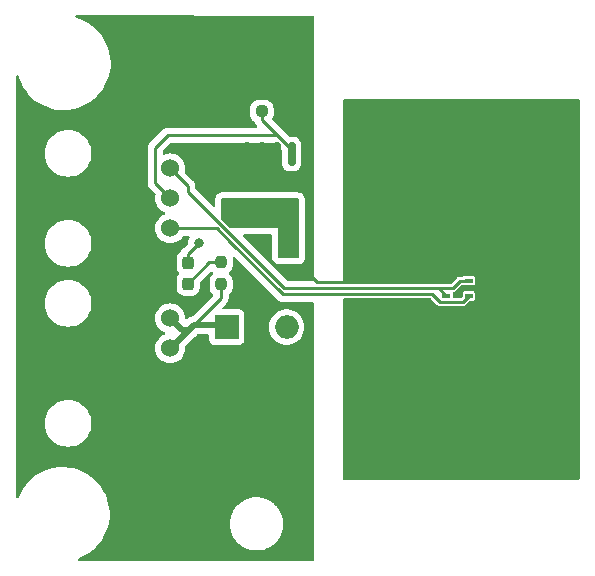
<source format=gbr>
%TF.GenerationSoftware,KiCad,Pcbnew,7.0.7*%
%TF.CreationDate,2023-11-13T23:42:54-06:00*%
%TF.ProjectId,ScienceHeaterElement_2023,53636965-6e63-4654-9865-61746572456c,rev?*%
%TF.SameCoordinates,Original*%
%TF.FileFunction,Copper,L2,Bot*%
%TF.FilePolarity,Positive*%
%FSLAX46Y46*%
G04 Gerber Fmt 4.6, Leading zero omitted, Abs format (unit mm)*
G04 Created by KiCad (PCBNEW 7.0.7) date 2023-11-13 23:42:54*
%MOMM*%
%LPD*%
G01*
G04 APERTURE LIST*
G04 Aperture macros list*
%AMRoundRect*
0 Rectangle with rounded corners*
0 $1 Rounding radius*
0 $2 $3 $4 $5 $6 $7 $8 $9 X,Y pos of 4 corners*
0 Add a 4 corners polygon primitive as box body*
4,1,4,$2,$3,$4,$5,$6,$7,$8,$9,$2,$3,0*
0 Add four circle primitives for the rounded corners*
1,1,$1+$1,$2,$3*
1,1,$1+$1,$4,$5*
1,1,$1+$1,$6,$7*
1,1,$1+$1,$8,$9*
0 Add four rect primitives between the rounded corners*
20,1,$1+$1,$2,$3,$4,$5,0*
20,1,$1+$1,$4,$5,$6,$7,0*
20,1,$1+$1,$6,$7,$8,$9,0*
20,1,$1+$1,$8,$9,$2,$3,0*%
G04 Aperture macros list end*
%TA.AperFunction,SMDPad,CuDef*%
%ADD10R,0.650000X0.400000*%
%TD*%
%TA.AperFunction,ComponentPad*%
%ADD11C,1.524000*%
%TD*%
%TA.AperFunction,SMDPad,CuDef*%
%ADD12RoundRect,0.150000X-0.150000X0.825000X-0.150000X-0.825000X0.150000X-0.825000X0.150000X0.825000X0*%
%TD*%
%TA.AperFunction,ComponentPad*%
%ADD13R,2.000000X2.000000*%
%TD*%
%TA.AperFunction,ComponentPad*%
%ADD14O,2.000000X2.000000*%
%TD*%
%TA.AperFunction,SMDPad,CuDef*%
%ADD15RoundRect,0.237500X0.237500X-0.250000X0.237500X0.250000X-0.237500X0.250000X-0.237500X-0.250000X0*%
%TD*%
%TA.AperFunction,SMDPad,CuDef*%
%ADD16RoundRect,0.237500X-0.237500X0.287500X-0.237500X-0.287500X0.237500X-0.287500X0.237500X0.287500X0*%
%TD*%
%TA.AperFunction,SMDPad,CuDef*%
%ADD17RoundRect,0.237500X0.250000X0.237500X-0.250000X0.237500X-0.250000X-0.237500X0.250000X-0.237500X0*%
%TD*%
%TA.AperFunction,ViaPad*%
%ADD18C,0.800000*%
%TD*%
%TA.AperFunction,Conductor*%
%ADD19C,0.254000*%
%TD*%
%TA.AperFunction,Conductor*%
%ADD20C,0.250000*%
%TD*%
%TA.AperFunction,Conductor*%
%ADD21C,0.508000*%
%TD*%
G04 APERTURE END LIST*
D10*
%TO.P,U1,1,V_{DD}*%
%TO.N,+3.3V*%
X161300730Y-48898750D03*
%TO.P,U1,2,GND*%
%TO.N,GND*%
X161300730Y-49548750D03*
%TO.P,U1,3,OUT*%
%TO.N,Temp_Sense*%
X161300730Y-50198750D03*
%TO.P,U1,4,V_{DD}*%
%TO.N,+3.3V*%
X159400730Y-50198750D03*
%TO.P,U1,5,GND*%
%TO.N,GND*%
X159400730Y-48898750D03*
%TD*%
D11*
%TO.P,Conn1,1*%
%TO.N,+3.3V*%
X136012250Y-39388750D03*
%TO.P,Conn1,2*%
%TO.N,Gate_Driving_Pin*%
X136012250Y-41928750D03*
%TO.P,Conn1,3*%
%TO.N,Temp_Sense*%
X136012250Y-44468750D03*
%TD*%
D12*
%TO.P,Q1,1,S*%
%TO.N,GND*%
X142489250Y-38183750D03*
%TO.P,Q1,2,S*%
X143759250Y-38183750D03*
%TO.P,Q1,3,S*%
X145029250Y-38183750D03*
%TO.P,Q1,4,G*%
%TO.N,Gate_Driving_Pin*%
X146299250Y-38183750D03*
%TO.P,Q1,5,D*%
%TO.N,/Heater_Trace*%
X146299250Y-43133750D03*
%TO.P,Q1,6,D*%
X145029250Y-43133750D03*
%TO.P,Q1,7,D*%
X143759250Y-43133750D03*
%TO.P,Q1,8,D*%
X142489250Y-43133750D03*
%TD*%
D13*
%TO.P,R1,1*%
%TO.N,+12V*%
X140792200Y-52832000D03*
D14*
%TO.P,R1,2*%
%TO.N,/Heater_Trace*%
X145872200Y-52832000D03*
%TD*%
D15*
%TO.P,R2,1*%
%TO.N,+12V*%
X140330250Y-49191250D03*
%TO.P,R2,2*%
%TO.N,Net-(D1-A)*%
X140330250Y-47366250D03*
%TD*%
D16*
%TO.P,D1,1,K*%
%TO.N,/Heater_Trace*%
X137536250Y-47403750D03*
%TO.P,D1,2,A*%
%TO.N,Net-(D1-A)*%
X137536250Y-49153750D03*
%TD*%
D17*
%TO.P,R3,1*%
%TO.N,Gate_Driving_Pin*%
X143782750Y-34562750D03*
%TO.P,R3,2*%
%TO.N,GND*%
X141957750Y-34562750D03*
%TD*%
D11*
%TO.P,Conn2,1*%
%TO.N,+12V*%
X136012250Y-52088750D03*
%TO.P,Conn2,2*%
X136012250Y-54628750D03*
%TO.P,Conn2,3*%
%TO.N,GND*%
X136012250Y-57168750D03*
%TO.P,Conn2,4*%
X136012250Y-59708750D03*
%TD*%
D18*
%TO.N,GND*%
X170313680Y-47516682D03*
X170313731Y-39388631D03*
X170313677Y-63772750D03*
X170313672Y-35324744D03*
X170313677Y-45484750D03*
X170313671Y-53612756D03*
X170313671Y-41420744D03*
X139822250Y-40658750D03*
X170313595Y-51580770D03*
X170313675Y-55644688D03*
X170313713Y-57676850D03*
X170313684Y-49548678D03*
X170313713Y-59708850D03*
X170313675Y-37356688D03*
X170313675Y-61740688D03*
X170313678Y-43452750D03*
X139822250Y-37864750D03*
X147442250Y-48024750D03*
%TO.N,/Heater_Trace*%
X145918250Y-46500750D03*
X138430000Y-45720000D03*
X141092250Y-43198750D03*
%TD*%
D19*
%TO.N,+3.3V*%
X158750730Y-49548750D02*
X159400730Y-50198750D01*
X161300730Y-48898750D02*
X160538250Y-48898750D01*
X158618250Y-49548750D02*
X145664250Y-49548750D01*
X141266948Y-45154276D02*
X137536250Y-41423578D01*
D20*
X137536250Y-40912750D02*
X137536250Y-41420750D01*
D19*
X158618250Y-49548750D02*
X158750730Y-49548750D01*
X145664250Y-49548750D02*
X141269776Y-45154276D01*
X159929730Y-49548750D02*
X158618250Y-49548750D01*
X141269776Y-45154276D02*
X141266948Y-45154276D01*
X160538250Y-48898750D02*
X160538250Y-48940230D01*
D20*
X136012250Y-39388750D02*
X137536250Y-40912750D01*
D19*
X160538250Y-48940230D02*
X159929730Y-49548750D01*
X137536250Y-41423578D02*
X137536250Y-41420750D01*
%TO.N,GND*%
X162174250Y-49254230D02*
X162174250Y-48593270D01*
X161300730Y-49548750D02*
X161879730Y-49548750D01*
X158506250Y-48898750D02*
X159400730Y-48898750D01*
X148458250Y-49040750D02*
X158364250Y-49040750D01*
X147442250Y-48024750D02*
X148458250Y-49040750D01*
X162174250Y-48593270D02*
X161859730Y-48278750D01*
X158364250Y-49040750D02*
X158506250Y-48898750D01*
X159126250Y-48278750D02*
X158506250Y-48898750D01*
X161859730Y-48278750D02*
X159126250Y-48278750D01*
X161879730Y-49548750D02*
X162174250Y-49254230D01*
D21*
%TO.N,+12V*%
X136012250Y-54628750D02*
X136074250Y-54628750D01*
X136984000Y-53060500D02*
X137642500Y-53060500D01*
X140618950Y-52658750D02*
X140792200Y-52832000D01*
D19*
X140330250Y-49191250D02*
X140330250Y-50372750D01*
D21*
X136012250Y-52088750D02*
X136984000Y-53060500D01*
X139725400Y-52658750D02*
X140838250Y-52658750D01*
X136074250Y-54628750D02*
X137642500Y-53060500D01*
X139725400Y-52658750D02*
X140618950Y-52658750D01*
X137642500Y-53060500D02*
X138044250Y-52658750D01*
D19*
X140330250Y-50372750D02*
X138044250Y-52658750D01*
D21*
X138044250Y-52658750D02*
X139725400Y-52658750D01*
D19*
%TO.N,Gate_Driving_Pin*%
X146299250Y-37804170D02*
X146299250Y-38183750D01*
X145089830Y-36594750D02*
X143782750Y-35287670D01*
X145089830Y-36594750D02*
X135815171Y-36594750D01*
X134742250Y-37667671D02*
X134742250Y-40658750D01*
X135815171Y-36594750D02*
X134742250Y-37667671D01*
X134742250Y-40658750D02*
X136012250Y-41928750D01*
X145089830Y-36594750D02*
X146299250Y-37804170D01*
X143782750Y-35287670D02*
X143782750Y-34562750D01*
%TO.N,/Heater_Trace*%
X138430000Y-45720000D02*
X137536250Y-46613750D01*
X137536250Y-46613750D02*
X137536250Y-47403750D01*
%TO.N,Temp_Sense*%
X158203250Y-50056750D02*
X145530198Y-50056750D01*
D20*
X136012250Y-44468750D02*
X139942198Y-44468750D01*
D19*
X158872250Y-50725750D02*
X158203250Y-50056750D01*
X145530198Y-50056750D02*
X141081724Y-45608276D01*
X160773730Y-50725750D02*
X158872250Y-50725750D01*
X161300730Y-50198750D02*
X160773730Y-50725750D01*
D20*
X139942198Y-44468750D02*
X141081724Y-45608276D01*
D19*
%TO.N,Net-(D1-A)*%
X139323750Y-47366250D02*
X137536250Y-49153750D01*
X140330250Y-47366250D02*
X139323750Y-47366250D01*
%TD*%
%TA.AperFunction,Conductor*%
%TO.N,GND*%
G36*
X170631039Y-33547685D02*
G01*
X170676794Y-33600489D01*
X170688000Y-33652000D01*
X170688000Y-65662000D01*
X170668315Y-65729039D01*
X170615511Y-65774794D01*
X170564000Y-65786000D01*
X150746000Y-65786000D01*
X150678961Y-65766315D01*
X150633206Y-65713511D01*
X150622000Y-65662000D01*
X150622000Y-50508250D01*
X150641685Y-50441211D01*
X150694489Y-50395456D01*
X150746000Y-50384250D01*
X158016234Y-50384250D01*
X158083273Y-50403935D01*
X158103915Y-50420569D01*
X158628641Y-50945296D01*
X158632296Y-50949285D01*
X158658486Y-50980496D01*
X158658488Y-50980497D01*
X158658490Y-50980500D01*
X158658492Y-50980501D01*
X158658493Y-50980502D01*
X158693771Y-51000870D01*
X158698335Y-51003777D01*
X158731705Y-51027143D01*
X158736323Y-51029296D01*
X158753739Y-51036509D01*
X158758509Y-51038246D01*
X158758511Y-51038247D01*
X158798655Y-51045325D01*
X158803887Y-51046484D01*
X158843266Y-51057037D01*
X158883851Y-51053485D01*
X158889255Y-51053250D01*
X160756725Y-51053250D01*
X160762128Y-51053485D01*
X160802714Y-51057037D01*
X160842098Y-51046482D01*
X160847316Y-51045326D01*
X160887469Y-51038247D01*
X160887474Y-51038243D01*
X160892261Y-51036502D01*
X160909649Y-51029299D01*
X160914267Y-51027145D01*
X160914273Y-51027144D01*
X160947667Y-51003759D01*
X160952181Y-51000884D01*
X160987490Y-50980500D01*
X161013687Y-50949278D01*
X161017315Y-50945317D01*
X161327067Y-50635567D01*
X161388389Y-50602084D01*
X161414747Y-50599250D01*
X161645480Y-50599250D01*
X161645481Y-50599249D01*
X161660298Y-50596302D01*
X161703959Y-50587618D01*
X161703959Y-50587617D01*
X161703961Y-50587617D01*
X161770282Y-50543302D01*
X161814597Y-50476981D01*
X161814597Y-50476979D01*
X161814598Y-50476979D01*
X161826229Y-50418502D01*
X161826230Y-50418500D01*
X161826230Y-49978999D01*
X161826229Y-49978997D01*
X161814598Y-49920520D01*
X161814597Y-49920519D01*
X161770282Y-49854197D01*
X161703960Y-49809882D01*
X161703959Y-49809881D01*
X161645482Y-49798250D01*
X161645478Y-49798250D01*
X160955982Y-49798250D01*
X160955977Y-49798250D01*
X160897500Y-49809881D01*
X160897499Y-49809882D01*
X160831177Y-49854197D01*
X160786862Y-49920519D01*
X160786861Y-49920520D01*
X160775230Y-49978997D01*
X160775230Y-50209732D01*
X160755545Y-50276771D01*
X160738912Y-50297413D01*
X160674395Y-50361931D01*
X160613072Y-50395416D01*
X160586713Y-50398250D01*
X160050230Y-50398250D01*
X159983191Y-50378565D01*
X159937436Y-50325761D01*
X159926230Y-50274250D01*
X159926230Y-49985966D01*
X159945915Y-49918927D01*
X159998719Y-49873172D01*
X160028694Y-49863851D01*
X160043469Y-49861247D01*
X160043471Y-49861245D01*
X160048261Y-49859502D01*
X160065649Y-49852299D01*
X160070267Y-49850145D01*
X160070273Y-49850144D01*
X160103667Y-49826759D01*
X160108181Y-49823884D01*
X160143490Y-49803500D01*
X160169696Y-49772267D01*
X160173316Y-49768316D01*
X160679067Y-49262566D01*
X160740389Y-49229084D01*
X160766747Y-49226250D01*
X160768042Y-49226250D01*
X160835081Y-49245935D01*
X160836933Y-49247148D01*
X160897499Y-49287617D01*
X160897500Y-49287618D01*
X160955977Y-49299249D01*
X160955980Y-49299250D01*
X160955982Y-49299250D01*
X161645480Y-49299250D01*
X161645481Y-49299249D01*
X161671872Y-49294000D01*
X161703959Y-49287618D01*
X161703959Y-49287617D01*
X161703961Y-49287617D01*
X161770282Y-49243302D01*
X161814597Y-49176981D01*
X161814597Y-49176979D01*
X161814598Y-49176979D01*
X161826229Y-49118502D01*
X161826230Y-49118500D01*
X161826230Y-48678999D01*
X161826229Y-48678997D01*
X161814598Y-48620520D01*
X161814597Y-48620519D01*
X161770282Y-48554197D01*
X161703960Y-48509882D01*
X161703959Y-48509881D01*
X161645482Y-48498250D01*
X161645478Y-48498250D01*
X160955982Y-48498250D01*
X160955977Y-48498250D01*
X160897500Y-48509881D01*
X160897499Y-48509882D01*
X160836933Y-48550352D01*
X160770256Y-48571230D01*
X160768042Y-48571250D01*
X160595997Y-48571250D01*
X160480503Y-48571250D01*
X160480501Y-48571250D01*
X160480497Y-48571251D01*
X160463351Y-48577491D01*
X160442486Y-48583082D01*
X160424514Y-48586251D01*
X160424511Y-48586253D01*
X160408699Y-48595381D01*
X160389125Y-48604508D01*
X160371975Y-48610751D01*
X160371972Y-48610752D01*
X160357992Y-48622483D01*
X160340295Y-48634874D01*
X160324494Y-48643997D01*
X160324485Y-48644004D01*
X160312756Y-48657982D01*
X160297482Y-48673256D01*
X160283504Y-48684985D01*
X160283497Y-48684994D01*
X160274374Y-48700795D01*
X160261983Y-48718492D01*
X160250252Y-48732472D01*
X160244010Y-48749622D01*
X160234877Y-48769206D01*
X160227685Y-48781663D01*
X160207979Y-48807344D01*
X159830393Y-49184932D01*
X159769073Y-49218416D01*
X159742714Y-49221250D01*
X158810174Y-49221250D01*
X158784750Y-49217902D01*
X158779716Y-49217462D01*
X158745621Y-49220445D01*
X158739128Y-49221014D01*
X158733725Y-49221250D01*
X150746000Y-49221250D01*
X150678961Y-49201565D01*
X150633206Y-49148761D01*
X150622000Y-49097250D01*
X150622000Y-33652000D01*
X150641685Y-33584961D01*
X150694489Y-33539206D01*
X150746000Y-33528000D01*
X170564000Y-33528000D01*
X170631039Y-33547685D01*
G37*
%TD.AperFunction*%
%TD*%
%TA.AperFunction,Conductor*%
%TO.N,GND*%
G36*
X148080526Y-26455053D02*
G01*
X148147519Y-26474884D01*
X148193158Y-26527789D01*
X148204250Y-26579052D01*
X148204250Y-48797250D01*
X148184565Y-48864289D01*
X148131761Y-48910044D01*
X148080250Y-48921250D01*
X145975531Y-48921250D01*
X145908492Y-48901565D01*
X145887850Y-48884931D01*
X142188850Y-45185931D01*
X142155365Y-45124608D01*
X142160349Y-45054916D01*
X142202221Y-44998983D01*
X142267685Y-44974566D01*
X142276531Y-44974250D01*
X144526750Y-44974250D01*
X144593789Y-44993935D01*
X144639544Y-45046739D01*
X144650750Y-45098249D01*
X144650750Y-46884750D01*
X144650751Y-46884759D01*
X144662302Y-46992200D01*
X144662304Y-46992212D01*
X144673510Y-47043722D01*
X144707633Y-47146247D01*
X144707636Y-47146253D01*
X144785421Y-47267287D01*
X144785429Y-47267298D01*
X144831173Y-47320090D01*
X144831176Y-47320093D01*
X144831180Y-47320097D01*
X144939914Y-47414317D01*
X144939917Y-47414318D01*
X144939918Y-47414319D01*
X145034175Y-47457366D01*
X145070791Y-47474088D01*
X145115607Y-47487247D01*
X145137825Y-47493772D01*
X145137830Y-47493773D01*
X145137834Y-47493774D01*
X145280250Y-47514250D01*
X145280253Y-47514250D01*
X146810240Y-47514250D01*
X146810250Y-47514250D01*
X146917706Y-47502697D01*
X146969217Y-47491491D01*
X147003447Y-47480097D01*
X147071747Y-47457366D01*
X147071751Y-47457363D01*
X147071754Y-47457363D01*
X147192793Y-47379575D01*
X147245597Y-47333820D01*
X147339817Y-47225086D01*
X147399588Y-47094209D01*
X147419273Y-47027170D01*
X147419274Y-47027166D01*
X147439750Y-46884750D01*
X147439750Y-42052750D01*
X147428197Y-41945294D01*
X147416991Y-41893783D01*
X147416887Y-41893472D01*
X147382866Y-41791252D01*
X147382863Y-41791246D01*
X147332200Y-41712414D01*
X147305075Y-41670207D01*
X147302257Y-41666955D01*
X147259326Y-41617409D01*
X147259322Y-41617406D01*
X147259320Y-41617403D01*
X147150586Y-41523183D01*
X147150583Y-41523181D01*
X147150581Y-41523180D01*
X147019715Y-41463414D01*
X147019710Y-41463412D01*
X147019709Y-41463412D01*
X146997108Y-41456775D01*
X146952675Y-41443728D01*
X146952669Y-41443726D01*
X146867216Y-41431440D01*
X146810250Y-41423250D01*
X140454250Y-41423250D01*
X140454241Y-41423250D01*
X140454240Y-41423251D01*
X140346799Y-41434802D01*
X140346787Y-41434804D01*
X140295277Y-41446010D01*
X140192752Y-41480133D01*
X140192746Y-41480136D01*
X140071712Y-41557921D01*
X140071701Y-41557929D01*
X140018909Y-41603673D01*
X139924683Y-41712414D01*
X139924680Y-41712418D01*
X139864914Y-41843284D01*
X139845228Y-41910325D01*
X139845226Y-41910330D01*
X139828845Y-42024266D01*
X139824752Y-42052740D01*
X139824750Y-42052751D01*
X139824750Y-42525296D01*
X139805065Y-42592335D01*
X139752261Y-42638090D01*
X139683103Y-42648034D01*
X139619547Y-42619009D01*
X139613069Y-42612977D01*
X138198069Y-41197977D01*
X138164584Y-41136654D01*
X138161750Y-41110296D01*
X138161750Y-40995487D01*
X138163474Y-40979873D01*
X138163188Y-40979846D01*
X138163922Y-40972083D01*
X138161750Y-40902952D01*
X138161750Y-40873401D01*
X138161750Y-40873400D01*
X138160879Y-40866509D01*
X138160422Y-40860695D01*
X138159019Y-40816049D01*
X138158959Y-40814122D01*
X138153370Y-40794887D01*
X138149424Y-40775834D01*
X138146914Y-40755958D01*
X138129751Y-40712609D01*
X138127864Y-40707096D01*
X138125287Y-40698227D01*
X138114867Y-40662360D01*
X138104671Y-40645119D01*
X138096110Y-40627643D01*
X138088736Y-40609019D01*
X138088736Y-40609017D01*
X138075958Y-40591431D01*
X138061333Y-40571300D01*
X138058150Y-40566455D01*
X138034420Y-40526329D01*
X138034415Y-40526323D01*
X138020255Y-40512163D01*
X138007620Y-40497370D01*
X137995843Y-40481162D01*
X137959943Y-40451463D01*
X137955631Y-40447540D01*
X137280636Y-39772544D01*
X137247151Y-39711222D01*
X137248543Y-39652768D01*
X137260319Y-39608822D01*
X137260319Y-39608821D01*
X137260320Y-39608818D01*
X137279573Y-39388750D01*
X137260320Y-39168682D01*
X137203144Y-38955300D01*
X137109784Y-38755089D01*
X136983076Y-38574130D01*
X136826870Y-38417924D01*
X136826866Y-38417921D01*
X136826865Y-38417920D01*
X136645916Y-38291218D01*
X136645912Y-38291216D01*
X136445700Y-38197856D01*
X136445697Y-38197855D01*
X136445695Y-38197854D01*
X136232320Y-38140680D01*
X136232312Y-38140679D01*
X136012252Y-38121427D01*
X136012248Y-38121427D01*
X135792187Y-38140679D01*
X135792179Y-38140680D01*
X135578804Y-38197854D01*
X135578797Y-38197857D01*
X135546153Y-38213079D01*
X135477075Y-38223570D01*
X135413292Y-38195049D01*
X135375053Y-38136572D01*
X135369750Y-38100696D01*
X135369750Y-37978951D01*
X135389435Y-37911912D01*
X135406064Y-37891275D01*
X136038771Y-37258568D01*
X136100094Y-37225084D01*
X136126452Y-37222250D01*
X144778549Y-37222250D01*
X144845588Y-37241935D01*
X144866230Y-37258569D01*
X145462431Y-37854769D01*
X145495916Y-37916092D01*
X145498750Y-37942450D01*
X145498750Y-39074446D01*
X145501651Y-39111317D01*
X145501652Y-39111323D01*
X145547504Y-39269143D01*
X145547505Y-39269146D01*
X145631167Y-39410612D01*
X145631173Y-39410620D01*
X145747379Y-39526826D01*
X145747383Y-39526829D01*
X145747385Y-39526831D01*
X145888852Y-39610494D01*
X145906265Y-39615553D01*
X146046676Y-39656347D01*
X146046679Y-39656347D01*
X146046681Y-39656348D01*
X146058972Y-39657315D01*
X146083554Y-39659250D01*
X146083556Y-39659250D01*
X146514946Y-39659250D01*
X146533381Y-39657799D01*
X146551819Y-39656348D01*
X146551821Y-39656347D01*
X146551823Y-39656347D01*
X146593441Y-39644255D01*
X146709648Y-39610494D01*
X146851115Y-39526831D01*
X146967331Y-39410615D01*
X147050994Y-39269148D01*
X147096848Y-39111319D01*
X147099750Y-39074444D01*
X147099750Y-37293056D01*
X147096848Y-37256181D01*
X147095597Y-37251876D01*
X147050995Y-37098356D01*
X147050994Y-37098353D01*
X147050994Y-37098352D01*
X146967331Y-36956885D01*
X146967329Y-36956883D01*
X146967326Y-36956879D01*
X146851120Y-36840673D01*
X146851112Y-36840667D01*
X146709646Y-36757005D01*
X146709643Y-36757004D01*
X146551823Y-36711152D01*
X146551817Y-36711151D01*
X146514946Y-36708250D01*
X146514944Y-36708250D01*
X146142111Y-36708250D01*
X146075072Y-36688565D01*
X146054430Y-36671931D01*
X145592206Y-36209707D01*
X145582361Y-36197418D01*
X145582143Y-36197599D01*
X145577170Y-36191588D01*
X145556268Y-36171960D01*
X145526571Y-36144072D01*
X145505626Y-36123127D01*
X145488186Y-36105687D01*
X145488183Y-36105685D01*
X144695604Y-35313105D01*
X144662119Y-35251782D01*
X144667103Y-35182090D01*
X144677744Y-35160331D01*
X144706158Y-35114266D01*
X144760424Y-34950503D01*
X144770750Y-34849427D01*
X144770749Y-34276074D01*
X144760424Y-34174997D01*
X144706158Y-34011234D01*
X144615590Y-33864400D01*
X144493600Y-33742410D01*
X144346766Y-33651842D01*
X144183003Y-33597576D01*
X144183001Y-33597575D01*
X144081928Y-33587250D01*
X143483580Y-33587250D01*
X143483562Y-33587251D01*
X143382497Y-33597575D01*
X143218734Y-33651842D01*
X143218731Y-33651843D01*
X143071898Y-33742411D01*
X142949911Y-33864398D01*
X142859343Y-34011231D01*
X142859341Y-34011234D01*
X142859342Y-34011234D01*
X142805076Y-34174997D01*
X142805076Y-34174998D01*
X142805075Y-34174998D01*
X142794750Y-34276065D01*
X142794750Y-34849419D01*
X142794751Y-34849437D01*
X142805075Y-34950502D01*
X142841359Y-35059999D01*
X142859342Y-35114266D01*
X142949910Y-35261100D01*
X143071900Y-35383090D01*
X143134422Y-35421653D01*
X143181145Y-35473600D01*
X143184618Y-35481549D01*
X143187345Y-35488437D01*
X143189237Y-35493964D01*
X143202279Y-35538857D01*
X143202280Y-35538858D01*
X143212527Y-35556185D01*
X143221085Y-35573655D01*
X143228495Y-35592371D01*
X143255979Y-35630199D01*
X143259187Y-35635083D01*
X143282984Y-35675322D01*
X143282990Y-35675330D01*
X143297219Y-35689558D01*
X143309856Y-35704354D01*
X143321687Y-35720637D01*
X143354410Y-35747707D01*
X143393516Y-35805606D01*
X143395112Y-35875458D01*
X143358690Y-35935083D01*
X143295814Y-35965553D01*
X143275368Y-35967250D01*
X135898136Y-35967250D01*
X135882485Y-35965522D01*
X135882459Y-35965804D01*
X135874696Y-35965069D01*
X135805325Y-35967250D01*
X135775692Y-35967250D01*
X135768778Y-35968123D01*
X135762961Y-35968580D01*
X135716229Y-35970049D01*
X135716225Y-35970050D01*
X135696893Y-35975666D01*
X135677853Y-35979609D01*
X135657879Y-35982133D01*
X135657872Y-35982135D01*
X135614410Y-35999342D01*
X135608883Y-36001235D01*
X135563980Y-36014281D01*
X135563979Y-36014281D01*
X135546645Y-36024532D01*
X135529183Y-36033086D01*
X135510471Y-36040495D01*
X135510466Y-36040498D01*
X135472644Y-36067976D01*
X135467762Y-36071183D01*
X135427512Y-36094988D01*
X135413278Y-36109222D01*
X135398489Y-36121854D01*
X135382203Y-36133687D01*
X135352398Y-36169713D01*
X135348466Y-36174035D01*
X134357203Y-37165297D01*
X134344919Y-37175140D01*
X134345099Y-37175358D01*
X134339088Y-37180330D01*
X134291572Y-37230929D01*
X134270625Y-37251876D01*
X134266356Y-37257380D01*
X134262565Y-37261818D01*
X134230558Y-37295901D01*
X134230555Y-37295905D01*
X134220856Y-37313548D01*
X134210178Y-37329804D01*
X134197844Y-37345705D01*
X134197839Y-37345713D01*
X134179275Y-37388614D01*
X134176704Y-37393862D01*
X134154177Y-37434838D01*
X134149170Y-37454339D01*
X134142871Y-37472735D01*
X134136143Y-37488283D01*
X134134875Y-37491215D01*
X134134874Y-37491217D01*
X134127562Y-37537387D01*
X134126377Y-37543109D01*
X134114750Y-37588394D01*
X134114750Y-37608529D01*
X134113223Y-37627928D01*
X134110075Y-37647802D01*
X134114475Y-37694348D01*
X134114750Y-37700186D01*
X134114750Y-40575782D01*
X134113022Y-40591431D01*
X134113304Y-40591458D01*
X134112569Y-40599225D01*
X134114750Y-40668609D01*
X134114750Y-40698227D01*
X134115621Y-40705130D01*
X134116079Y-40710949D01*
X134117548Y-40757692D01*
X134123166Y-40777025D01*
X134127112Y-40796079D01*
X134129633Y-40816037D01*
X134129636Y-40816049D01*
X134146845Y-40859515D01*
X134148737Y-40865043D01*
X134161780Y-40909937D01*
X134161780Y-40909938D01*
X134172027Y-40927265D01*
X134180585Y-40944735D01*
X134187995Y-40963451D01*
X134215479Y-41001279D01*
X134218687Y-41006163D01*
X134242484Y-41046402D01*
X134242490Y-41046410D01*
X134256719Y-41060638D01*
X134269359Y-41075437D01*
X134281184Y-41091714D01*
X134281186Y-41091715D01*
X134281187Y-41091717D01*
X134317207Y-41121515D01*
X134321518Y-41125437D01*
X134619331Y-41423250D01*
X134743265Y-41547184D01*
X134776750Y-41608507D01*
X134775360Y-41666955D01*
X134764181Y-41708678D01*
X134764179Y-41708688D01*
X134744927Y-41928747D01*
X134744927Y-41928752D01*
X134764179Y-42148812D01*
X134764180Y-42148820D01*
X134821354Y-42362195D01*
X134821355Y-42362197D01*
X134821356Y-42362200D01*
X134897409Y-42525296D01*
X134914716Y-42562412D01*
X134914718Y-42562416D01*
X135041420Y-42743365D01*
X135041425Y-42743371D01*
X135197628Y-42899574D01*
X135197634Y-42899579D01*
X135378583Y-43026281D01*
X135378585Y-43026282D01*
X135378588Y-43026284D01*
X135497998Y-43081965D01*
X135507439Y-43086368D01*
X135559878Y-43132540D01*
X135579030Y-43199734D01*
X135558814Y-43266615D01*
X135507439Y-43311132D01*
X135378590Y-43371215D01*
X135378588Y-43371216D01*
X135197627Y-43497925D01*
X135041425Y-43654127D01*
X134914716Y-43835088D01*
X134914715Y-43835090D01*
X134821357Y-44035298D01*
X134821354Y-44035304D01*
X134764180Y-44248679D01*
X134764179Y-44248687D01*
X134744927Y-44468747D01*
X134744927Y-44468752D01*
X134764179Y-44688812D01*
X134764180Y-44688820D01*
X134821354Y-44902195D01*
X134821355Y-44902197D01*
X134821356Y-44902200D01*
X134892568Y-45054916D01*
X134914716Y-45102412D01*
X134914718Y-45102416D01*
X135041420Y-45283365D01*
X135041425Y-45283371D01*
X135197628Y-45439574D01*
X135197634Y-45439579D01*
X135378583Y-45566281D01*
X135378585Y-45566282D01*
X135378588Y-45566284D01*
X135578800Y-45659644D01*
X135792182Y-45716820D01*
X135949373Y-45730572D01*
X136012248Y-45736073D01*
X136012250Y-45736073D01*
X136012252Y-45736073D01*
X136067267Y-45731259D01*
X136232318Y-45716820D01*
X136445700Y-45659644D01*
X136645912Y-45566284D01*
X136826870Y-45439576D01*
X136983076Y-45283370D01*
X137078474Y-45147126D01*
X137133052Y-45103502D01*
X137180050Y-45094250D01*
X137536695Y-45094250D01*
X137603734Y-45113935D01*
X137649489Y-45166739D01*
X137659433Y-45235897D01*
X137644082Y-45280249D01*
X137642281Y-45283369D01*
X137602821Y-45351715D01*
X137602818Y-45351722D01*
X137544327Y-45531740D01*
X137544326Y-45531744D01*
X137528203Y-45685143D01*
X137527011Y-45696489D01*
X137500426Y-45761103D01*
X137491371Y-45771208D01*
X137151203Y-46111376D01*
X137138919Y-46121219D01*
X137139099Y-46121437D01*
X137133088Y-46126409D01*
X137085572Y-46177008D01*
X137064625Y-46197955D01*
X137060356Y-46203459D01*
X137056565Y-46207897D01*
X137024558Y-46241980D01*
X137024555Y-46241984D01*
X137014856Y-46259627D01*
X137004178Y-46275883D01*
X136991844Y-46291784D01*
X136991839Y-46291792D01*
X136973275Y-46334693D01*
X136970704Y-46339941D01*
X136948177Y-46380917D01*
X136943170Y-46400418D01*
X136936871Y-46418814D01*
X136928876Y-46437292D01*
X136928873Y-46437299D01*
X136928040Y-46440168D01*
X136926775Y-46442146D01*
X136925779Y-46444451D01*
X136925407Y-46444290D01*
X136890430Y-46499051D01*
X136874065Y-46511103D01*
X136837898Y-46533411D01*
X136715911Y-46655398D01*
X136625343Y-46802231D01*
X136625341Y-46802236D01*
X136599333Y-46880724D01*
X136571076Y-46965997D01*
X136571076Y-46965998D01*
X136571075Y-46965998D01*
X136560750Y-47067065D01*
X136560750Y-47740419D01*
X136560751Y-47740437D01*
X136571075Y-47841502D01*
X136625342Y-48005265D01*
X136625343Y-48005268D01*
X136715911Y-48152101D01*
X136754879Y-48191069D01*
X136788364Y-48252392D01*
X136783380Y-48322084D01*
X136754879Y-48366431D01*
X136715911Y-48405398D01*
X136625343Y-48552231D01*
X136625341Y-48552234D01*
X136625342Y-48552234D01*
X136571076Y-48715997D01*
X136571076Y-48715998D01*
X136571075Y-48715998D01*
X136560750Y-48817065D01*
X136560750Y-49490419D01*
X136560751Y-49490437D01*
X136571075Y-49591502D01*
X136607359Y-49700999D01*
X136625342Y-49755266D01*
X136715910Y-49902100D01*
X136837900Y-50024090D01*
X136984734Y-50114658D01*
X137148497Y-50168924D01*
X137249573Y-50179250D01*
X137822926Y-50179249D01*
X137822934Y-50179248D01*
X137822937Y-50179248D01*
X137878280Y-50173594D01*
X137924003Y-50168924D01*
X138087766Y-50114658D01*
X138234600Y-50024090D01*
X138356590Y-49902100D01*
X138447158Y-49755266D01*
X138501424Y-49591503D01*
X138511750Y-49490427D01*
X138511749Y-49117029D01*
X138531433Y-49049991D01*
X138548063Y-49029354D01*
X139417434Y-48159983D01*
X139478755Y-48126500D01*
X139548447Y-48131484D01*
X139592794Y-48159985D01*
X139623878Y-48191069D01*
X139657363Y-48252392D01*
X139652379Y-48322084D01*
X139623879Y-48366431D01*
X139509909Y-48480401D01*
X139419343Y-48627231D01*
X139419341Y-48627234D01*
X139419342Y-48627234D01*
X139365076Y-48790997D01*
X139365076Y-48790998D01*
X139365075Y-48790998D01*
X139354750Y-48892065D01*
X139354750Y-49490419D01*
X139354751Y-49490437D01*
X139365075Y-49591502D01*
X139401359Y-49700999D01*
X139416931Y-49747991D01*
X139419342Y-49755265D01*
X139419343Y-49755268D01*
X139509911Y-49902101D01*
X139624014Y-50016204D01*
X139657499Y-50077527D01*
X139652515Y-50147219D01*
X139624014Y-50191566D01*
X137929219Y-51886360D01*
X137875556Y-51916312D01*
X137875851Y-51917121D01*
X137870840Y-51918944D01*
X137870141Y-51919335D01*
X137869070Y-51919588D01*
X137796510Y-51945997D01*
X137723212Y-51970286D01*
X137716670Y-51973337D01*
X137716647Y-51973289D01*
X137709757Y-51976625D01*
X137709781Y-51976672D01*
X137703326Y-51979913D01*
X137638805Y-52022348D01*
X137573099Y-52062877D01*
X137567429Y-52067361D01*
X137567396Y-52067319D01*
X137561464Y-52072151D01*
X137561498Y-52072192D01*
X137555968Y-52076832D01*
X137555965Y-52076834D01*
X137555965Y-52076835D01*
X137502978Y-52132997D01*
X137490160Y-52145814D01*
X137489135Y-52146840D01*
X137427810Y-52180322D01*
X137358119Y-52175335D01*
X137302187Y-52133461D01*
X137277929Y-52069962D01*
X137260320Y-51868682D01*
X137203144Y-51655300D01*
X137109784Y-51455089D01*
X136983076Y-51274130D01*
X136826870Y-51117924D01*
X136826866Y-51117921D01*
X136826865Y-51117920D01*
X136645916Y-50991218D01*
X136645912Y-50991216D01*
X136645910Y-50991215D01*
X136445700Y-50897856D01*
X136445697Y-50897855D01*
X136445695Y-50897854D01*
X136232320Y-50840680D01*
X136232312Y-50840679D01*
X136012252Y-50821427D01*
X136012248Y-50821427D01*
X135792187Y-50840679D01*
X135792179Y-50840680D01*
X135578804Y-50897854D01*
X135578798Y-50897857D01*
X135378590Y-50991215D01*
X135378588Y-50991216D01*
X135197627Y-51117925D01*
X135041425Y-51274127D01*
X134914716Y-51455088D01*
X134914715Y-51455090D01*
X134821357Y-51655298D01*
X134821354Y-51655304D01*
X134764180Y-51868679D01*
X134764179Y-51868687D01*
X134744927Y-52088747D01*
X134744927Y-52088752D01*
X134764179Y-52308812D01*
X134764180Y-52308820D01*
X134821354Y-52522195D01*
X134821355Y-52522197D01*
X134821356Y-52522200D01*
X134850261Y-52584187D01*
X134914716Y-52722412D01*
X134914718Y-52722416D01*
X135041420Y-52903365D01*
X135041425Y-52903371D01*
X135197628Y-53059574D01*
X135197634Y-53059579D01*
X135378583Y-53186281D01*
X135378585Y-53186282D01*
X135378588Y-53186284D01*
X135497998Y-53241965D01*
X135507439Y-53246368D01*
X135559878Y-53292540D01*
X135579030Y-53359734D01*
X135558814Y-53426615D01*
X135507439Y-53471132D01*
X135378590Y-53531215D01*
X135378588Y-53531216D01*
X135197627Y-53657925D01*
X135041425Y-53814127D01*
X134914716Y-53995088D01*
X134914715Y-53995090D01*
X134821357Y-54195298D01*
X134821354Y-54195304D01*
X134764180Y-54408679D01*
X134764179Y-54408687D01*
X134744927Y-54628747D01*
X134744927Y-54628752D01*
X134764179Y-54848812D01*
X134764180Y-54848820D01*
X134821354Y-55062195D01*
X134821355Y-55062197D01*
X134821356Y-55062200D01*
X134914716Y-55262412D01*
X134914718Y-55262416D01*
X135041420Y-55443365D01*
X135041425Y-55443371D01*
X135197628Y-55599574D01*
X135197634Y-55599579D01*
X135378583Y-55726281D01*
X135378585Y-55726282D01*
X135378588Y-55726284D01*
X135578800Y-55819644D01*
X135792182Y-55876820D01*
X135949373Y-55890572D01*
X136012248Y-55896073D01*
X136012250Y-55896073D01*
X136012252Y-55896073D01*
X136067267Y-55891259D01*
X136232318Y-55876820D01*
X136445700Y-55819644D01*
X136645912Y-55726284D01*
X136826870Y-55599576D01*
X136983076Y-55443370D01*
X137109784Y-55262412D01*
X137203144Y-55062200D01*
X137260320Y-54848818D01*
X137279573Y-54628750D01*
X137273486Y-54559176D01*
X137287252Y-54490678D01*
X137309330Y-54460692D01*
X138112548Y-53657474D01*
X138125281Y-53647103D01*
X138125247Y-53647062D01*
X138130783Y-53642416D01*
X138130782Y-53642416D01*
X138130785Y-53642415D01*
X138183771Y-53586252D01*
X138207083Y-53562941D01*
X138207082Y-53562941D01*
X138265643Y-53504383D01*
X138265670Y-53504354D01*
X138320457Y-53449568D01*
X138381780Y-53416084D01*
X138408137Y-53413250D01*
X139167701Y-53413250D01*
X139234740Y-53432935D01*
X139280495Y-53485739D01*
X139291701Y-53537250D01*
X139291701Y-53879876D01*
X139298108Y-53939483D01*
X139348402Y-54074328D01*
X139348406Y-54074335D01*
X139434652Y-54189544D01*
X139434655Y-54189547D01*
X139549864Y-54275793D01*
X139549871Y-54275797D01*
X139684717Y-54326091D01*
X139684716Y-54326091D01*
X139691644Y-54326835D01*
X139744327Y-54332500D01*
X141840072Y-54332499D01*
X141899683Y-54326091D01*
X142034531Y-54275796D01*
X142149746Y-54189546D01*
X142235996Y-54074331D01*
X142286291Y-53939483D01*
X142292700Y-53879873D01*
X142292700Y-52832005D01*
X144366557Y-52832005D01*
X144387090Y-53079812D01*
X144387092Y-53079824D01*
X144448136Y-53320881D01*
X144548026Y-53548606D01*
X144684033Y-53756782D01*
X144684036Y-53756785D01*
X144852456Y-53939738D01*
X145048691Y-54092474D01*
X145267390Y-54210828D01*
X145502586Y-54291571D01*
X145747865Y-54332500D01*
X145996535Y-54332500D01*
X146241814Y-54291571D01*
X146477010Y-54210828D01*
X146695709Y-54092474D01*
X146891944Y-53939738D01*
X147060364Y-53756785D01*
X147196373Y-53548607D01*
X147296263Y-53320881D01*
X147357308Y-53079821D01*
X147357309Y-53079812D01*
X147377843Y-52832005D01*
X147377843Y-52831994D01*
X147357309Y-52584187D01*
X147357307Y-52584175D01*
X147296263Y-52343118D01*
X147196373Y-52115393D01*
X147060366Y-51907217D01*
X146947055Y-51784129D01*
X146891944Y-51724262D01*
X146695709Y-51571526D01*
X146695707Y-51571525D01*
X146695706Y-51571524D01*
X146477011Y-51453172D01*
X146477002Y-51453169D01*
X146241816Y-51372429D01*
X145996535Y-51331500D01*
X145747865Y-51331500D01*
X145502583Y-51372429D01*
X145267397Y-51453169D01*
X145267388Y-51453172D01*
X145048693Y-51571524D01*
X144852457Y-51724261D01*
X144684033Y-51907217D01*
X144548026Y-52115393D01*
X144448136Y-52343118D01*
X144387092Y-52584175D01*
X144387090Y-52584187D01*
X144366557Y-52831994D01*
X144366557Y-52832005D01*
X142292700Y-52832005D01*
X142292699Y-51784128D01*
X142286291Y-51724517D01*
X142260476Y-51655304D01*
X142235997Y-51589671D01*
X142235993Y-51589664D01*
X142149747Y-51474455D01*
X142149744Y-51474452D01*
X142034535Y-51388206D01*
X142034528Y-51388202D01*
X141899682Y-51337908D01*
X141899683Y-51337908D01*
X141840083Y-51331501D01*
X141840081Y-51331500D01*
X141840073Y-51331500D01*
X141840065Y-51331500D01*
X140558280Y-51331500D01*
X140491241Y-51311815D01*
X140445486Y-51259011D01*
X140435542Y-51189853D01*
X140464567Y-51126297D01*
X140470599Y-51119819D01*
X140489807Y-51100611D01*
X140715293Y-50875124D01*
X140727575Y-50865287D01*
X140727394Y-50865068D01*
X140733402Y-50860096D01*
X140733412Y-50860090D01*
X140780927Y-50809491D01*
X140801873Y-50788546D01*
X140806142Y-50783040D01*
X140809926Y-50778609D01*
X140841943Y-50744517D01*
X140851639Y-50726878D01*
X140862323Y-50710611D01*
X140874658Y-50694712D01*
X140893228Y-50651796D01*
X140895784Y-50646577D01*
X140918322Y-50605584D01*
X140923331Y-50586072D01*
X140929628Y-50567682D01*
X140937623Y-50549209D01*
X140944939Y-50503007D01*
X140946114Y-50497333D01*
X140957750Y-50452022D01*
X140957750Y-50431890D01*
X140959277Y-50412491D01*
X140962425Y-50392617D01*
X140958025Y-50346071D01*
X140957750Y-50340233D01*
X140957750Y-50136997D01*
X140977435Y-50069958D01*
X141016655Y-50031457D01*
X141028600Y-50024090D01*
X141150590Y-49902100D01*
X141241158Y-49755266D01*
X141295424Y-49591503D01*
X141305750Y-49490427D01*
X141305749Y-48892074D01*
X141305019Y-48884931D01*
X141295424Y-48790997D01*
X141295424Y-48790996D01*
X141241158Y-48627234D01*
X141150590Y-48480400D01*
X141036619Y-48366429D01*
X141003136Y-48305107D01*
X141008120Y-48235415D01*
X141036617Y-48191072D01*
X141150590Y-48077100D01*
X141241158Y-47930266D01*
X141295424Y-47766503D01*
X141305750Y-47665427D01*
X141305749Y-47067074D01*
X141301649Y-47026941D01*
X141314418Y-46958251D01*
X141362298Y-46907366D01*
X141430088Y-46890445D01*
X141496264Y-46912860D01*
X141512688Y-46926660D01*
X145027822Y-50441793D01*
X145037669Y-50454083D01*
X145037887Y-50453904D01*
X145042855Y-50459910D01*
X145093455Y-50507427D01*
X145114399Y-50528370D01*
X145114405Y-50528376D01*
X145119895Y-50532633D01*
X145124345Y-50536433D01*
X145137949Y-50549209D01*
X145158433Y-50568445D01*
X145158435Y-50568446D01*
X145176065Y-50578137D01*
X145192333Y-50588822D01*
X145208236Y-50601158D01*
X145208238Y-50601159D01*
X145208240Y-50601160D01*
X145229578Y-50610393D01*
X145251141Y-50619724D01*
X145256388Y-50622295D01*
X145277932Y-50634139D01*
X145297364Y-50644822D01*
X145316865Y-50649829D01*
X145335263Y-50656128D01*
X145353739Y-50664123D01*
X145399938Y-50671440D01*
X145405612Y-50672615D01*
X145450926Y-50684250D01*
X145471062Y-50684250D01*
X145490461Y-50685777D01*
X145510331Y-50688924D01*
X145556869Y-50684524D01*
X145562706Y-50684250D01*
X148080250Y-50684250D01*
X148147289Y-50703935D01*
X148193044Y-50756739D01*
X148204250Y-50808250D01*
X148204250Y-72496201D01*
X148184565Y-72563240D01*
X148131761Y-72608995D01*
X148080246Y-72620201D01*
X128367037Y-72619540D01*
X128299998Y-72599853D01*
X128254245Y-72547048D01*
X128244304Y-72477889D01*
X128273331Y-72414334D01*
X128324627Y-72379020D01*
X128463025Y-72328648D01*
X128820383Y-72156553D01*
X129158831Y-71949732D01*
X129475004Y-71710240D01*
X129765761Y-71440457D01*
X130028211Y-71143065D01*
X130259746Y-70821020D01*
X130458065Y-70477521D01*
X130621197Y-70115983D01*
X130747521Y-69739998D01*
X130804125Y-69492001D01*
X141076871Y-69492001D01*
X141079035Y-69525027D01*
X141079133Y-69531155D01*
X141077923Y-69567367D01*
X141077923Y-69567376D01*
X141089080Y-69678281D01*
X141096165Y-69786376D01*
X141096166Y-69786389D01*
X141103250Y-69822003D01*
X141104130Y-69827891D01*
X141108082Y-69867164D01*
X141133196Y-69972546D01*
X141153716Y-70075711D01*
X141153718Y-70075719D01*
X141166430Y-70113171D01*
X141168031Y-70118727D01*
X141177928Y-70160252D01*
X141177930Y-70160257D01*
X141177931Y-70160261D01*
X141215742Y-70258437D01*
X141241025Y-70332917D01*
X141248548Y-70355076D01*
X141267463Y-70393433D01*
X141269715Y-70398573D01*
X141286219Y-70441428D01*
X141286223Y-70441436D01*
X141335276Y-70530946D01*
X141379022Y-70619655D01*
X141379033Y-70619673D01*
X141404580Y-70657907D01*
X141407399Y-70662557D01*
X141431022Y-70705659D01*
X141431029Y-70705671D01*
X141488871Y-70784175D01*
X141490508Y-70786507D01*
X141531566Y-70847955D01*
X141542927Y-70864957D01*
X141575382Y-70901965D01*
X141578682Y-70906068D01*
X141609751Y-70948235D01*
X141675314Y-71016028D01*
X141677360Y-71018249D01*
X141737442Y-71086758D01*
X141772225Y-71117262D01*
X141776870Y-71121336D01*
X141780558Y-71124849D01*
X141798171Y-71143060D01*
X141819220Y-71164824D01*
X141846575Y-71186426D01*
X141890695Y-71221267D01*
X141893150Y-71223311D01*
X141959240Y-71281270D01*
X141959240Y-71281271D01*
X142005536Y-71312205D01*
X142009507Y-71315092D01*
X142055685Y-71351558D01*
X142131259Y-71396320D01*
X142134097Y-71398106D01*
X142185817Y-71432665D01*
X142204538Y-71445174D01*
X142221390Y-71453484D01*
X142257387Y-71471236D01*
X142261518Y-71473473D01*
X142295658Y-71493694D01*
X142314917Y-71505102D01*
X142314922Y-71505104D01*
X142314930Y-71505109D01*
X142392865Y-71538156D01*
X142396026Y-71539604D01*
X142469123Y-71575652D01*
X142527959Y-71595624D01*
X142532214Y-71597245D01*
X142592328Y-71622736D01*
X142670840Y-71644242D01*
X142674360Y-71645320D01*
X142748478Y-71670481D01*
X142807167Y-71682154D01*
X142812584Y-71683232D01*
X142816858Y-71684241D01*
X142882929Y-71702340D01*
X142960424Y-71712761D01*
X142964237Y-71713397D01*
X143037820Y-71728034D01*
X143106267Y-71732519D01*
X143110446Y-71732937D01*
X143181547Y-71742500D01*
X143256502Y-71742500D01*
X143260549Y-71742632D01*
X143292572Y-71744731D01*
X143332194Y-71747329D01*
X143332200Y-71747329D01*
X143332204Y-71747329D01*
X143342962Y-71746623D01*
X143404281Y-71742604D01*
X143407422Y-71742500D01*
X143407444Y-71742500D01*
X143481042Y-71737573D01*
X143626580Y-71728034D01*
X143626609Y-71728028D01*
X143627722Y-71727882D01*
X143631678Y-71727489D01*
X143632834Y-71727412D01*
X143775858Y-71698341D01*
X143915922Y-71670481D01*
X143916642Y-71670236D01*
X143924218Y-71668185D01*
X143928103Y-71667396D01*
X144063021Y-71620547D01*
X144195277Y-71575652D01*
X144198887Y-71573871D01*
X144205954Y-71570914D01*
X144212737Y-71568560D01*
X144337420Y-71505554D01*
X144459865Y-71445172D01*
X144465900Y-71441138D01*
X144472364Y-71437364D01*
X144481659Y-71432668D01*
X144594240Y-71355385D01*
X144705157Y-71281273D01*
X144713040Y-71274358D01*
X144718822Y-71269863D01*
X144730069Y-71262144D01*
X144829024Y-71172643D01*
X144926958Y-71086758D01*
X144935999Y-71076446D01*
X144941023Y-71071345D01*
X144953533Y-71060032D01*
X145037643Y-70960545D01*
X145121473Y-70864957D01*
X145130887Y-70850866D01*
X145135095Y-70845279D01*
X145148063Y-70829941D01*
X145148065Y-70829939D01*
X145216476Y-70722775D01*
X145285372Y-70619665D01*
X145294298Y-70601562D01*
X145297641Y-70595631D01*
X145310193Y-70575970D01*
X145362395Y-70463476D01*
X145415852Y-70355077D01*
X145423379Y-70332899D01*
X145425841Y-70326752D01*
X145437023Y-70302658D01*
X145472832Y-70187219D01*
X145510681Y-70075722D01*
X145515877Y-70049597D01*
X145517471Y-70043316D01*
X145526293Y-70014879D01*
X145545876Y-69898782D01*
X145568234Y-69786380D01*
X145570186Y-69756576D01*
X145570914Y-69750342D01*
X145576409Y-69717770D01*
X145580238Y-69603231D01*
X145583875Y-69547752D01*
X145587529Y-69492005D01*
X145587529Y-69492001D01*
X145587529Y-69492000D01*
X145585362Y-69458955D01*
X145585265Y-69452849D01*
X145586477Y-69416631D01*
X145575319Y-69305718D01*
X145568234Y-69197620D01*
X145561144Y-69161977D01*
X145560268Y-69156107D01*
X145556318Y-69116840D01*
X145556318Y-69116838D01*
X145531203Y-69011454D01*
X145510681Y-68908278D01*
X145497964Y-68870816D01*
X145496369Y-68865283D01*
X145486469Y-68823739D01*
X145448657Y-68725562D01*
X145415852Y-68628923D01*
X145396932Y-68590556D01*
X145394685Y-68585429D01*
X145378177Y-68542566D01*
X145346485Y-68484737D01*
X145329119Y-68453046D01*
X145285373Y-68364339D01*
X145285372Y-68364336D01*
X145259812Y-68326083D01*
X145256998Y-68321444D01*
X145233375Y-68278335D01*
X145175512Y-68199802D01*
X145173906Y-68197514D01*
X145121473Y-68119043D01*
X145089017Y-68082033D01*
X145085716Y-68077930D01*
X145054650Y-68035768D01*
X145054646Y-68035762D01*
X145035001Y-68015449D01*
X144989084Y-67967970D01*
X144987038Y-67965749D01*
X144926960Y-67897244D01*
X144887522Y-67862656D01*
X144883835Y-67859144D01*
X144845181Y-67819176D01*
X144773714Y-67762740D01*
X144771259Y-67760696D01*
X144705160Y-67702729D01*
X144658856Y-67671788D01*
X144654877Y-67668894D01*
X144608717Y-67632443D01*
X144593877Y-67623653D01*
X144533118Y-67587666D01*
X144530289Y-67585884D01*
X144459866Y-67538828D01*
X144407021Y-67512767D01*
X144402868Y-67510518D01*
X144349470Y-67478891D01*
X144349466Y-67478889D01*
X144349462Y-67478887D01*
X144319841Y-67466327D01*
X144271546Y-67445847D01*
X144268357Y-67444386D01*
X144195275Y-67408347D01*
X144136443Y-67388375D01*
X144132169Y-67386746D01*
X144093374Y-67370297D01*
X144072072Y-67361264D01*
X144072068Y-67361263D01*
X144072066Y-67361262D01*
X143993565Y-67339757D01*
X143990015Y-67338670D01*
X143915934Y-67313522D01*
X143915923Y-67313519D01*
X143915922Y-67313519D01*
X143851808Y-67300765D01*
X143847533Y-67299756D01*
X143781481Y-67281662D01*
X143781465Y-67281658D01*
X143703992Y-67271239D01*
X143700162Y-67270601D01*
X143653206Y-67261262D01*
X143626580Y-67255966D01*
X143626577Y-67255965D01*
X143626574Y-67255965D01*
X143558159Y-67251481D01*
X143553950Y-67251061D01*
X143519482Y-67246426D01*
X143482853Y-67241500D01*
X143482850Y-67241500D01*
X143407898Y-67241500D01*
X143403850Y-67241367D01*
X143371827Y-67239268D01*
X143332206Y-67236671D01*
X143332202Y-67236671D01*
X143332200Y-67236671D01*
X143284134Y-67239821D01*
X143260185Y-67241391D01*
X143256965Y-67241499D01*
X143183357Y-67246426D01*
X143037820Y-67255965D01*
X143036620Y-67256123D01*
X143032706Y-67256511D01*
X143031575Y-67256587D01*
X143031572Y-67256587D01*
X143031566Y-67256588D01*
X142888541Y-67285657D01*
X142888541Y-67285658D01*
X142748477Y-67313518D01*
X142748470Y-67313520D01*
X142747708Y-67313779D01*
X142740143Y-67315822D01*
X142736298Y-67316603D01*
X142681051Y-67335787D01*
X142601378Y-67363452D01*
X142555642Y-67378977D01*
X142469127Y-67408346D01*
X142469122Y-67408348D01*
X142465520Y-67410124D01*
X142458441Y-67413086D01*
X142451662Y-67415440D01*
X142326957Y-67478456D01*
X142204543Y-67538823D01*
X142204528Y-67538832D01*
X142198501Y-67542858D01*
X142192028Y-67546637D01*
X142182744Y-67551329D01*
X142070143Y-67628625D01*
X142005546Y-67671788D01*
X141959243Y-67702727D01*
X141951356Y-67709642D01*
X141945573Y-67714138D01*
X141934332Y-67721854D01*
X141835375Y-67811356D01*
X141737441Y-67897242D01*
X141728396Y-67907555D01*
X141723375Y-67912653D01*
X141710868Y-67923966D01*
X141626756Y-68023454D01*
X141542926Y-68119042D01*
X141533508Y-68133136D01*
X141529306Y-68138716D01*
X141516341Y-68154052D01*
X141516340Y-68154053D01*
X141447915Y-68261237D01*
X141379030Y-68364331D01*
X141370105Y-68382427D01*
X141366760Y-68388362D01*
X141354206Y-68408031D01*
X141302001Y-68520530D01*
X141248550Y-68628918D01*
X141248545Y-68628930D01*
X141241022Y-68651089D01*
X141238553Y-68657257D01*
X141227376Y-68681344D01*
X141227371Y-68681358D01*
X141191567Y-68796780D01*
X141153718Y-68908279D01*
X141153716Y-68908288D01*
X141148520Y-68934410D01*
X141146928Y-68940683D01*
X141138107Y-68969119D01*
X141138107Y-68969121D01*
X141118523Y-69085217D01*
X141103251Y-69162002D01*
X141096165Y-69197627D01*
X141096164Y-69197628D01*
X141094212Y-69227416D01*
X141093481Y-69233673D01*
X141087991Y-69266231D01*
X141084161Y-69380768D01*
X141076871Y-69492001D01*
X130804125Y-69492001D01*
X130835781Y-69353305D01*
X130885101Y-68959745D01*
X130894308Y-68590556D01*
X130894989Y-68563246D01*
X130894989Y-68563230D01*
X130883359Y-68408031D01*
X130865349Y-68167700D01*
X130796473Y-67777088D01*
X130689047Y-67395274D01*
X130686339Y-67388375D01*
X130544144Y-67026066D01*
X130544139Y-67026054D01*
X130363193Y-66673105D01*
X130363189Y-66673097D01*
X130147994Y-66339911D01*
X129900694Y-66029806D01*
X129900691Y-66029803D01*
X129900684Y-66029794D01*
X129623756Y-65745875D01*
X129623753Y-65745872D01*
X129623752Y-65745871D01*
X129623747Y-65745866D01*
X129319904Y-65490912D01*
X129247193Y-65441338D01*
X128992185Y-65267477D01*
X128876073Y-65204246D01*
X128643850Y-65077784D01*
X128643842Y-65077780D01*
X128643839Y-65077779D01*
X128278357Y-64923716D01*
X128278341Y-64923710D01*
X127899344Y-64806805D01*
X127899331Y-64806802D01*
X127510580Y-64728214D01*
X127510559Y-64728211D01*
X127115900Y-64688720D01*
X127115899Y-64688720D01*
X126818479Y-64688720D01*
X126818477Y-64688720D01*
X126521435Y-64703544D01*
X126129227Y-64762661D01*
X125744852Y-64860534D01*
X125372129Y-64996194D01*
X125014771Y-65168289D01*
X124676333Y-65375104D01*
X124676322Y-65375112D01*
X124360155Y-65614600D01*
X124360152Y-65614602D01*
X124069393Y-65884388D01*
X123806945Y-66181779D01*
X123575419Y-66503813D01*
X123575406Y-66503833D01*
X123377096Y-66847316D01*
X123213961Y-67208860D01*
X123199482Y-67251954D01*
X123159471Y-67309233D01*
X123094844Y-67335787D01*
X123026120Y-67323185D01*
X122975118Y-67275430D01*
X122957940Y-67212531D01*
X122954479Y-60978751D01*
X125395704Y-60978751D01*
X125415863Y-61260616D01*
X125475928Y-61536727D01*
X125475930Y-61536734D01*
X125537243Y-61701122D01*
X125574682Y-61801500D01*
X125574684Y-61801504D01*
X125710105Y-62049508D01*
X125710110Y-62049516D01*
X125879446Y-62275724D01*
X125879462Y-62275742D01*
X126079257Y-62475537D01*
X126079275Y-62475553D01*
X126305483Y-62644889D01*
X126305491Y-62644894D01*
X126553495Y-62780315D01*
X126553499Y-62780317D01*
X126553501Y-62780318D01*
X126818266Y-62879070D01*
X126956327Y-62909103D01*
X127094383Y-62939136D01*
X127094385Y-62939136D01*
X127094389Y-62939137D01*
X127305697Y-62954250D01*
X127446803Y-62954250D01*
X127658111Y-62939137D01*
X127934234Y-62879070D01*
X128198999Y-62780318D01*
X128447014Y-62644891D01*
X128673232Y-62475547D01*
X128873047Y-62275732D01*
X129042391Y-62049514D01*
X129177818Y-61801499D01*
X129276570Y-61536734D01*
X129336637Y-61260611D01*
X129356796Y-60978750D01*
X129336637Y-60696889D01*
X129276570Y-60420766D01*
X129177818Y-60156001D01*
X129042391Y-59907986D01*
X129042389Y-59907983D01*
X128873053Y-59681775D01*
X128873037Y-59681757D01*
X128673242Y-59481962D01*
X128673224Y-59481946D01*
X128447016Y-59312610D01*
X128447008Y-59312605D01*
X128199004Y-59177184D01*
X128199000Y-59177182D01*
X128098622Y-59139743D01*
X127934234Y-59078430D01*
X127934230Y-59078429D01*
X127934227Y-59078428D01*
X127658116Y-59018363D01*
X127446803Y-59003250D01*
X127305697Y-59003250D01*
X127094383Y-59018363D01*
X126818272Y-59078428D01*
X126818267Y-59078429D01*
X126818266Y-59078430D01*
X126754253Y-59102305D01*
X126553499Y-59177182D01*
X126553495Y-59177184D01*
X126305491Y-59312605D01*
X126305483Y-59312610D01*
X126079275Y-59481946D01*
X126079257Y-59481962D01*
X125879462Y-59681757D01*
X125879446Y-59681775D01*
X125710110Y-59907983D01*
X125710105Y-59907991D01*
X125574684Y-60155995D01*
X125574682Y-60155999D01*
X125475928Y-60420772D01*
X125415863Y-60696883D01*
X125395704Y-60978748D01*
X125395704Y-60978751D01*
X122954479Y-60978751D01*
X122948839Y-50818751D01*
X125395704Y-50818751D01*
X125415863Y-51100616D01*
X125475928Y-51376727D01*
X125475930Y-51376734D01*
X125512377Y-51474452D01*
X125574682Y-51641500D01*
X125574684Y-51641504D01*
X125710105Y-51889508D01*
X125710110Y-51889516D01*
X125879446Y-52115724D01*
X125879462Y-52115742D01*
X126079257Y-52315537D01*
X126079275Y-52315553D01*
X126305483Y-52484889D01*
X126305491Y-52484894D01*
X126553495Y-52620315D01*
X126553499Y-52620317D01*
X126553501Y-52620318D01*
X126818266Y-52719070D01*
X126956327Y-52749103D01*
X127094383Y-52779136D01*
X127094385Y-52779136D01*
X127094389Y-52779137D01*
X127305697Y-52794250D01*
X127446803Y-52794250D01*
X127658111Y-52779137D01*
X127934234Y-52719070D01*
X128198999Y-52620318D01*
X128447014Y-52484891D01*
X128673232Y-52315547D01*
X128873047Y-52115732D01*
X129042391Y-51889514D01*
X129177818Y-51641499D01*
X129276570Y-51376734D01*
X129336637Y-51100611D01*
X129356796Y-50818750D01*
X129354636Y-50788556D01*
X129351487Y-50744516D01*
X129336637Y-50536889D01*
X129336102Y-50534431D01*
X129276571Y-50260772D01*
X129276570Y-50260766D01*
X129177818Y-49996001D01*
X129118655Y-49887653D01*
X129042394Y-49747991D01*
X129042389Y-49747983D01*
X128873053Y-49521775D01*
X128873037Y-49521757D01*
X128673242Y-49321962D01*
X128673224Y-49321946D01*
X128447016Y-49152610D01*
X128447008Y-49152605D01*
X128199004Y-49017184D01*
X128199000Y-49017182D01*
X128098622Y-48979743D01*
X127934234Y-48918430D01*
X127934230Y-48918429D01*
X127934227Y-48918428D01*
X127658116Y-48858363D01*
X127446803Y-48843250D01*
X127305697Y-48843250D01*
X127094383Y-48858363D01*
X126818272Y-48918428D01*
X126818267Y-48918429D01*
X126818266Y-48918430D01*
X126754253Y-48942305D01*
X126553499Y-49017182D01*
X126553495Y-49017184D01*
X126305491Y-49152605D01*
X126305483Y-49152610D01*
X126079275Y-49321946D01*
X126079257Y-49321962D01*
X125879462Y-49521757D01*
X125879446Y-49521775D01*
X125710110Y-49747983D01*
X125710105Y-49747991D01*
X125574684Y-49995995D01*
X125574682Y-49995999D01*
X125510185Y-50168924D01*
X125479126Y-50252199D01*
X125475928Y-50260772D01*
X125415863Y-50536883D01*
X125395704Y-50818748D01*
X125395704Y-50818751D01*
X122948839Y-50818751D01*
X122946019Y-45738751D01*
X125395704Y-45738751D01*
X125415863Y-46020616D01*
X125475928Y-46296727D01*
X125475930Y-46296734D01*
X125537243Y-46461122D01*
X125574682Y-46561500D01*
X125574684Y-46561504D01*
X125710105Y-46809508D01*
X125710110Y-46809516D01*
X125879446Y-47035724D01*
X125879462Y-47035742D01*
X126079257Y-47235537D01*
X126079275Y-47235553D01*
X126305483Y-47404889D01*
X126305491Y-47404894D01*
X126553495Y-47540315D01*
X126553499Y-47540317D01*
X126553501Y-47540318D01*
X126818266Y-47639070D01*
X126939427Y-47665427D01*
X127094383Y-47699136D01*
X127094385Y-47699136D01*
X127094389Y-47699137D01*
X127305697Y-47714250D01*
X127446803Y-47714250D01*
X127658111Y-47699137D01*
X127934234Y-47639070D01*
X128198999Y-47540318D01*
X128447014Y-47404891D01*
X128673232Y-47235547D01*
X128873047Y-47035732D01*
X129042391Y-46809514D01*
X129177818Y-46561499D01*
X129276570Y-46296734D01*
X129336637Y-46020611D01*
X129356796Y-45738750D01*
X129355227Y-45716819D01*
X129344461Y-45566281D01*
X129336637Y-45456889D01*
X129332871Y-45439579D01*
X129288563Y-45235897D01*
X129276570Y-45180766D01*
X129177818Y-44916001D01*
X129170279Y-44902195D01*
X129042394Y-44667991D01*
X129042389Y-44667983D01*
X128873053Y-44441775D01*
X128873037Y-44441757D01*
X128673242Y-44241962D01*
X128673224Y-44241946D01*
X128447016Y-44072610D01*
X128447008Y-44072605D01*
X128199004Y-43937184D01*
X128199000Y-43937182D01*
X128098622Y-43899743D01*
X127934234Y-43838430D01*
X127934230Y-43838429D01*
X127934227Y-43838428D01*
X127658116Y-43778363D01*
X127446803Y-43763250D01*
X127305697Y-43763250D01*
X127094383Y-43778363D01*
X126818272Y-43838428D01*
X126818267Y-43838429D01*
X126818266Y-43838430D01*
X126754253Y-43862305D01*
X126553499Y-43937182D01*
X126553495Y-43937184D01*
X126305491Y-44072605D01*
X126305483Y-44072610D01*
X126079275Y-44241946D01*
X126079257Y-44241962D01*
X125879462Y-44441757D01*
X125879446Y-44441775D01*
X125710110Y-44667983D01*
X125710105Y-44667991D01*
X125574684Y-44915995D01*
X125574682Y-44915999D01*
X125508199Y-45094250D01*
X125494653Y-45130569D01*
X125475928Y-45180772D01*
X125415863Y-45456883D01*
X125395704Y-45738748D01*
X125395704Y-45738751D01*
X122946019Y-45738751D01*
X122941789Y-38118751D01*
X125395704Y-38118751D01*
X125415863Y-38400616D01*
X125475928Y-38676727D01*
X125475930Y-38676734D01*
X125537243Y-38841122D01*
X125574682Y-38941500D01*
X125574684Y-38941504D01*
X125710105Y-39189508D01*
X125710110Y-39189516D01*
X125879446Y-39415724D01*
X125879462Y-39415742D01*
X126079257Y-39615537D01*
X126079275Y-39615553D01*
X126305483Y-39784889D01*
X126305491Y-39784894D01*
X126553495Y-39920315D01*
X126553499Y-39920317D01*
X126553501Y-39920318D01*
X126818266Y-40019070D01*
X126956327Y-40049103D01*
X127094383Y-40079136D01*
X127094385Y-40079136D01*
X127094389Y-40079137D01*
X127305697Y-40094250D01*
X127446803Y-40094250D01*
X127658111Y-40079137D01*
X127934234Y-40019070D01*
X128198999Y-39920318D01*
X128447014Y-39784891D01*
X128673232Y-39615547D01*
X128873047Y-39415732D01*
X129042391Y-39189514D01*
X129177818Y-38941499D01*
X129276570Y-38676734D01*
X129336637Y-38400611D01*
X129356796Y-38118750D01*
X129336637Y-37836889D01*
X129276570Y-37560766D01*
X129177818Y-37296001D01*
X129177763Y-37295901D01*
X129042394Y-37047991D01*
X129042389Y-37047983D01*
X128873053Y-36821775D01*
X128873037Y-36821757D01*
X128673242Y-36621962D01*
X128673224Y-36621946D01*
X128447016Y-36452610D01*
X128447008Y-36452605D01*
X128199004Y-36317184D01*
X128199000Y-36317182D01*
X128098622Y-36279743D01*
X127934234Y-36218430D01*
X127934230Y-36218429D01*
X127934227Y-36218428D01*
X127658116Y-36158363D01*
X127446803Y-36143250D01*
X127305697Y-36143250D01*
X127094383Y-36158363D01*
X126818272Y-36218428D01*
X126818267Y-36218429D01*
X126818266Y-36218430D01*
X126754253Y-36242305D01*
X126553499Y-36317182D01*
X126553495Y-36317184D01*
X126305491Y-36452605D01*
X126305483Y-36452610D01*
X126079275Y-36621946D01*
X126079257Y-36621962D01*
X125879462Y-36821757D01*
X125879446Y-36821775D01*
X125710110Y-37047983D01*
X125710105Y-37047991D01*
X125574684Y-37295995D01*
X125574682Y-37295999D01*
X125515625Y-37454339D01*
X125483571Y-37540281D01*
X125475928Y-37560772D01*
X125415863Y-37836883D01*
X125395704Y-38118748D01*
X125395704Y-38118751D01*
X122941789Y-38118751D01*
X122938178Y-31613788D01*
X122957825Y-31546740D01*
X123010604Y-31500956D01*
X123079757Y-31490974D01*
X123143329Y-31519964D01*
X123181136Y-31578721D01*
X123181543Y-31580137D01*
X123228531Y-31747142D01*
X123228534Y-31747151D01*
X123373435Y-32116353D01*
X123373440Y-32116365D01*
X123554386Y-32469314D01*
X123554391Y-32469323D01*
X123769586Y-32802509D01*
X123895691Y-32960640D01*
X124016895Y-33112625D01*
X124293823Y-33396544D01*
X124293833Y-33396554D01*
X124597676Y-33651508D01*
X124925394Y-33874942D01*
X125273730Y-34064636D01*
X125639223Y-34218704D01*
X125639232Y-34218706D01*
X125639238Y-34218709D01*
X126018235Y-34335614D01*
X126018248Y-34335617D01*
X126406999Y-34414205D01*
X126407014Y-34414208D01*
X126745299Y-34448058D01*
X126801680Y-34453700D01*
X126801681Y-34453700D01*
X127099103Y-34453700D01*
X127297130Y-34443816D01*
X127396145Y-34438875D01*
X127788353Y-34379759D01*
X128172726Y-34281886D01*
X128545445Y-34146228D01*
X128902803Y-33974133D01*
X129241251Y-33767312D01*
X129557424Y-33527820D01*
X129848181Y-33258037D01*
X130110631Y-32960645D01*
X130342166Y-32638600D01*
X130540485Y-32295101D01*
X130703617Y-31933563D01*
X130829941Y-31557578D01*
X130918201Y-31170885D01*
X130967521Y-30777325D01*
X130977409Y-30380810D01*
X130947769Y-29985280D01*
X130878893Y-29594668D01*
X130839648Y-29455185D01*
X130771469Y-29212862D01*
X130771465Y-29212848D01*
X130626564Y-28843646D01*
X130626559Y-28843634D01*
X130445613Y-28490685D01*
X130445609Y-28490677D01*
X130230414Y-28157491D01*
X129983114Y-27847386D01*
X129983111Y-27847383D01*
X129983104Y-27847374D01*
X129706176Y-27563455D01*
X129706173Y-27563452D01*
X129706172Y-27563451D01*
X129706167Y-27563446D01*
X129402324Y-27308492D01*
X129320656Y-27252812D01*
X129074605Y-27085057D01*
X128892461Y-26985867D01*
X128726270Y-26895364D01*
X128726262Y-26895360D01*
X128726259Y-26895359D01*
X128360777Y-26741296D01*
X128360761Y-26741290D01*
X128076387Y-26653573D01*
X128018128Y-26615003D01*
X127989971Y-26551058D01*
X128000854Y-26482041D01*
X128047322Y-26429865D01*
X128113209Y-26411082D01*
X148080526Y-26455053D01*
G37*
%TD.AperFunction*%
%TD*%
%TA.AperFunction,Conductor*%
%TO.N,/Heater_Trace*%
G36*
X146877289Y-41948435D02*
G01*
X146923044Y-42001239D01*
X146934250Y-42052750D01*
X146934250Y-46884750D01*
X146914565Y-46951789D01*
X146861761Y-46997544D01*
X146810250Y-47008750D01*
X145280250Y-47008750D01*
X145213211Y-46989065D01*
X145167456Y-46936261D01*
X145156250Y-46884750D01*
X145156250Y-44468750D01*
X141095939Y-44468750D01*
X141028900Y-44449065D01*
X141008258Y-44432431D01*
X140366569Y-43790742D01*
X140333084Y-43729419D01*
X140330250Y-43703061D01*
X140330250Y-42052750D01*
X140349935Y-41985711D01*
X140402739Y-41939956D01*
X140454250Y-41928750D01*
X146810250Y-41928750D01*
X146877289Y-41948435D01*
G37*
%TD.AperFunction*%
%TD*%
M02*

</source>
